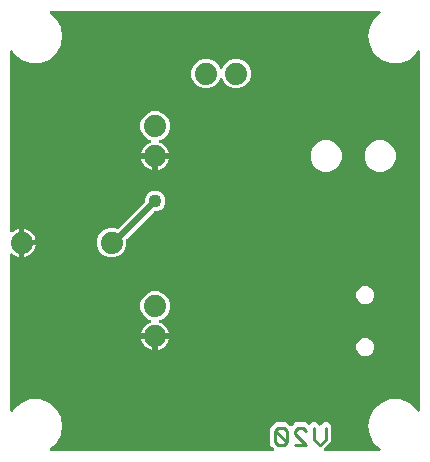
<source format=gbr>
G04 EAGLE Gerber RS-274X export*
G75*
%MOMM*%
%FSLAX34Y34*%
%LPD*%
%INBottom Copper*%
%IPPOS*%
%AMOC8*
5,1,8,0,0,1.08239X$1,22.5*%
G01*
%ADD10C,0.279400*%
%ADD11C,1.879600*%
%ADD12C,1.016000*%
%ADD13C,0.508000*%
%ADD14C,1.108000*%

G36*
X213941Y4336D02*
X213941Y4336D01*
X214080Y4349D01*
X214099Y4356D01*
X214119Y4359D01*
X214248Y4410D01*
X214379Y4457D01*
X214396Y4468D01*
X214415Y4476D01*
X214527Y4557D01*
X214642Y4635D01*
X214655Y4651D01*
X214672Y4662D01*
X214761Y4770D01*
X214853Y4874D01*
X214862Y4892D01*
X214875Y4907D01*
X214934Y5033D01*
X214997Y5157D01*
X215002Y5177D01*
X215010Y5195D01*
X215036Y5332D01*
X215067Y5467D01*
X215066Y5488D01*
X215070Y5507D01*
X215061Y5646D01*
X215057Y5785D01*
X215051Y5805D01*
X215050Y5825D01*
X215008Y5957D01*
X214969Y6091D01*
X214958Y6108D01*
X214952Y6127D01*
X214878Y6245D01*
X214807Y6365D01*
X214789Y6386D01*
X214782Y6396D01*
X214767Y6410D01*
X214701Y6485D01*
X213639Y7547D01*
X211511Y9675D01*
X211511Y23357D01*
X213230Y25076D01*
X213639Y25486D01*
X215009Y26856D01*
X216615Y28462D01*
X225298Y28462D01*
X226847Y26912D01*
X228245Y25515D01*
X228339Y25441D01*
X228428Y25363D01*
X228464Y25344D01*
X228496Y25320D01*
X228605Y25272D01*
X228711Y25218D01*
X228751Y25209D01*
X228788Y25193D01*
X228906Y25175D01*
X229021Y25149D01*
X229062Y25150D01*
X229102Y25143D01*
X229220Y25155D01*
X229339Y25158D01*
X229378Y25169D01*
X229418Y25173D01*
X229530Y25214D01*
X229645Y25247D01*
X229680Y25267D01*
X229718Y25281D01*
X229816Y25348D01*
X229919Y25408D01*
X229964Y25448D01*
X229981Y25459D01*
X229994Y25475D01*
X230040Y25515D01*
X231437Y26912D01*
X232987Y28462D01*
X241669Y28462D01*
X243275Y26856D01*
X243366Y26764D01*
X243460Y26691D01*
X243550Y26613D01*
X243586Y26594D01*
X243618Y26569D01*
X243727Y26522D01*
X243833Y26468D01*
X243872Y26459D01*
X243909Y26443D01*
X244027Y26424D01*
X244143Y26398D01*
X244183Y26400D01*
X244223Y26393D01*
X244342Y26404D01*
X244461Y26408D01*
X244500Y26419D01*
X244540Y26423D01*
X244652Y26463D01*
X244766Y26496D01*
X244801Y26517D01*
X244839Y26531D01*
X244938Y26598D01*
X245040Y26658D01*
X245086Y26698D01*
X245102Y26709D01*
X245116Y26725D01*
X245161Y26764D01*
X246858Y28462D01*
X250541Y28462D01*
X252802Y26201D01*
X252896Y26128D01*
X252985Y26049D01*
X253021Y26031D01*
X253053Y26006D01*
X253163Y25959D01*
X253268Y25905D01*
X253308Y25896D01*
X253345Y25880D01*
X253463Y25861D01*
X253579Y25835D01*
X253619Y25836D01*
X253659Y25830D01*
X253778Y25841D01*
X253897Y25845D01*
X253936Y25856D01*
X253976Y25860D01*
X254088Y25900D01*
X254202Y25933D01*
X254237Y25953D01*
X254275Y25967D01*
X254374Y26034D01*
X254476Y26095D01*
X254521Y26134D01*
X254538Y26146D01*
X254552Y26161D01*
X254597Y26201D01*
X256858Y28462D01*
X260540Y28462D01*
X263145Y25857D01*
X263145Y12175D01*
X258517Y7547D01*
X257455Y6485D01*
X257370Y6376D01*
X257281Y6269D01*
X257273Y6250D01*
X257260Y6234D01*
X257205Y6107D01*
X257146Y5981D01*
X257142Y5961D01*
X257134Y5942D01*
X257112Y5804D01*
X257086Y5668D01*
X257087Y5648D01*
X257084Y5628D01*
X257097Y5489D01*
X257106Y5351D01*
X257112Y5332D01*
X257114Y5312D01*
X257161Y5180D01*
X257204Y5049D01*
X257214Y5031D01*
X257221Y5012D01*
X257299Y4897D01*
X257374Y4780D01*
X257389Y4766D01*
X257400Y4749D01*
X257504Y4657D01*
X257605Y4562D01*
X257623Y4552D01*
X257638Y4539D01*
X257762Y4476D01*
X257884Y4408D01*
X257904Y4403D01*
X257922Y4394D01*
X258057Y4364D01*
X258192Y4329D01*
X258220Y4327D01*
X258232Y4324D01*
X258252Y4325D01*
X258353Y4319D01*
X303967Y4319D01*
X304002Y4323D01*
X304037Y4321D01*
X304159Y4343D01*
X304282Y4359D01*
X304315Y4372D01*
X304350Y4378D01*
X304463Y4430D01*
X304578Y4476D01*
X304606Y4496D01*
X304639Y4511D01*
X304735Y4590D01*
X304835Y4662D01*
X304858Y4690D01*
X304885Y4712D01*
X304959Y4812D01*
X305038Y4907D01*
X305053Y4939D01*
X305074Y4968D01*
X305121Y5083D01*
X305174Y5195D01*
X305180Y5230D01*
X305193Y5263D01*
X305210Y5386D01*
X305233Y5507D01*
X305231Y5543D01*
X305236Y5578D01*
X305221Y5701D01*
X305214Y5825D01*
X305203Y5859D01*
X305198Y5894D01*
X305154Y6009D01*
X305116Y6127D01*
X305097Y6157D01*
X305084Y6190D01*
X305012Y6291D01*
X304945Y6396D01*
X304920Y6420D01*
X304899Y6449D01*
X304782Y6560D01*
X299915Y10644D01*
X295929Y17549D01*
X294545Y25400D01*
X295929Y33251D01*
X299915Y40155D01*
X306022Y45280D01*
X313514Y48007D01*
X321486Y48007D01*
X328978Y45280D01*
X335085Y40156D01*
X336213Y38202D01*
X336301Y38086D01*
X336386Y37968D01*
X336397Y37959D01*
X336405Y37949D01*
X336519Y37858D01*
X336631Y37765D01*
X336644Y37759D01*
X336654Y37751D01*
X336788Y37691D01*
X336919Y37630D01*
X336932Y37627D01*
X336945Y37622D01*
X337089Y37597D01*
X337232Y37570D01*
X337245Y37571D01*
X337258Y37568D01*
X337404Y37581D01*
X337549Y37590D01*
X337562Y37594D01*
X337575Y37595D01*
X337713Y37643D01*
X337851Y37688D01*
X337863Y37695D01*
X337876Y37699D01*
X337997Y37780D01*
X338120Y37858D01*
X338129Y37868D01*
X338141Y37875D01*
X338238Y37983D01*
X338338Y38089D01*
X338345Y38101D01*
X338354Y38111D01*
X338421Y38240D01*
X338492Y38368D01*
X338495Y38381D01*
X338501Y38393D01*
X338535Y38535D01*
X338571Y38676D01*
X338572Y38694D01*
X338574Y38702D01*
X338574Y38720D01*
X338581Y38837D01*
X338581Y342163D01*
X338563Y342308D01*
X338548Y342453D01*
X338543Y342466D01*
X338541Y342479D01*
X338488Y342614D01*
X338437Y342751D01*
X338429Y342762D01*
X338424Y342775D01*
X338339Y342892D01*
X338256Y343012D01*
X338245Y343021D01*
X338238Y343032D01*
X338126Y343125D01*
X338015Y343220D01*
X338003Y343226D01*
X337993Y343235D01*
X337861Y343297D01*
X337730Y343362D01*
X337717Y343365D01*
X337705Y343370D01*
X337563Y343398D01*
X337419Y343428D01*
X337406Y343428D01*
X337393Y343430D01*
X337248Y343421D01*
X337102Y343415D01*
X337088Y343411D01*
X337075Y343410D01*
X336937Y343366D01*
X336797Y343324D01*
X336785Y343317D01*
X336773Y343312D01*
X336650Y343235D01*
X336525Y343159D01*
X336515Y343149D01*
X336504Y343142D01*
X336404Y343036D01*
X336302Y342932D01*
X336292Y342917D01*
X336286Y342911D01*
X336278Y342896D01*
X336213Y342798D01*
X335085Y340845D01*
X328978Y335720D01*
X321486Y332993D01*
X313514Y332993D01*
X306022Y335720D01*
X299915Y340844D01*
X295929Y347749D01*
X294545Y355600D01*
X295929Y363451D01*
X299915Y370355D01*
X304782Y374440D01*
X304806Y374466D01*
X304835Y374486D01*
X304914Y374582D01*
X304999Y374673D01*
X305015Y374704D01*
X305038Y374731D01*
X305091Y374844D01*
X305150Y374953D01*
X305158Y374987D01*
X305174Y375019D01*
X305197Y375141D01*
X305227Y375261D01*
X305227Y375297D01*
X305233Y375332D01*
X305226Y375455D01*
X305225Y375579D01*
X305216Y375614D01*
X305214Y375649D01*
X305175Y375767D01*
X305144Y375887D01*
X305126Y375918D01*
X305116Y375951D01*
X305049Y376056D01*
X304989Y376165D01*
X304964Y376190D01*
X304945Y376220D01*
X304855Y376305D01*
X304770Y376395D01*
X304740Y376414D01*
X304714Y376438D01*
X304605Y376498D01*
X304500Y376564D01*
X304466Y376575D01*
X304435Y376592D01*
X304315Y376623D01*
X304197Y376660D01*
X304162Y376662D01*
X304127Y376671D01*
X303967Y376681D01*
X26233Y376681D01*
X26198Y376677D01*
X26163Y376679D01*
X26041Y376657D01*
X25918Y376641D01*
X25885Y376628D01*
X25850Y376622D01*
X25737Y376570D01*
X25622Y376524D01*
X25594Y376504D01*
X25561Y376489D01*
X25465Y376410D01*
X25365Y376338D01*
X25342Y376310D01*
X25315Y376288D01*
X25241Y376188D01*
X25162Y376093D01*
X25147Y376061D01*
X25126Y376032D01*
X25079Y375917D01*
X25026Y375805D01*
X25020Y375770D01*
X25007Y375737D01*
X24990Y375614D01*
X24967Y375493D01*
X24969Y375457D01*
X24964Y375422D01*
X24979Y375299D01*
X24986Y375175D01*
X24997Y375141D01*
X25002Y375106D01*
X25046Y374991D01*
X25084Y374873D01*
X25103Y374843D01*
X25116Y374810D01*
X25188Y374709D01*
X25255Y374604D01*
X25280Y374580D01*
X25301Y374551D01*
X25418Y374440D01*
X30285Y370356D01*
X34271Y363451D01*
X35655Y355600D01*
X34271Y347749D01*
X30285Y340845D01*
X24178Y335720D01*
X16686Y332993D01*
X8714Y332993D01*
X1222Y335720D01*
X-4885Y340844D01*
X-6013Y342798D01*
X-6101Y342914D01*
X-6186Y343032D01*
X-6197Y343041D01*
X-6205Y343051D01*
X-6319Y343142D01*
X-6431Y343235D01*
X-6444Y343241D01*
X-6454Y343249D01*
X-6588Y343309D01*
X-6719Y343370D01*
X-6732Y343373D01*
X-6745Y343378D01*
X-6889Y343403D01*
X-7032Y343430D01*
X-7045Y343429D01*
X-7058Y343432D01*
X-7204Y343419D01*
X-7349Y343410D01*
X-7362Y343406D01*
X-7375Y343405D01*
X-7513Y343357D01*
X-7651Y343312D01*
X-7663Y343305D01*
X-7676Y343301D01*
X-7797Y343220D01*
X-7920Y343142D01*
X-7929Y343132D01*
X-7941Y343125D01*
X-8038Y343017D01*
X-8138Y342911D01*
X-8145Y342899D01*
X-8154Y342889D01*
X-8221Y342760D01*
X-8292Y342632D01*
X-8295Y342619D01*
X-8301Y342607D01*
X-8335Y342465D01*
X-8371Y342324D01*
X-8372Y342306D01*
X-8374Y342298D01*
X-8374Y342280D01*
X-8381Y342163D01*
X-8381Y190830D01*
X-8376Y190791D01*
X-8379Y190751D01*
X-8356Y190633D01*
X-8341Y190515D01*
X-8327Y190477D01*
X-8319Y190438D01*
X-8268Y190330D01*
X-8224Y190219D01*
X-8201Y190187D01*
X-8184Y190151D01*
X-8108Y190058D01*
X-8038Y189961D01*
X-8007Y189936D01*
X-7982Y189905D01*
X-7885Y189835D01*
X-7793Y189759D01*
X-7757Y189742D01*
X-7724Y189718D01*
X-7613Y189674D01*
X-7505Y189623D01*
X-7466Y189616D01*
X-7429Y189601D01*
X-7310Y189586D01*
X-7193Y189563D01*
X-7153Y189566D01*
X-7113Y189561D01*
X-6995Y189576D01*
X-6875Y189583D01*
X-6837Y189595D01*
X-6798Y189600D01*
X-6687Y189644D01*
X-6573Y189681D01*
X-6539Y189702D01*
X-6502Y189717D01*
X-6366Y189803D01*
X-4987Y190805D01*
X-3313Y191658D01*
X-1526Y192239D01*
X-979Y192325D01*
X-979Y181574D01*
X-964Y181456D01*
X-957Y181337D01*
X-945Y181299D01*
X-939Y181259D01*
X-896Y181148D01*
X-859Y181035D01*
X-837Y181001D01*
X-822Y180963D01*
X-753Y180867D01*
X-689Y180766D01*
X-659Y180738D01*
X-636Y180706D01*
X-544Y180630D01*
X-510Y180598D01*
X-518Y180593D01*
X-546Y180563D01*
X-579Y180539D01*
X-655Y180448D01*
X-736Y180361D01*
X-756Y180326D01*
X-781Y180294D01*
X-832Y180187D01*
X-890Y180082D01*
X-900Y180043D01*
X-917Y180007D01*
X-939Y179890D01*
X-969Y179774D01*
X-973Y179714D01*
X-977Y179694D01*
X-976Y179674D01*
X-979Y179614D01*
X-979Y168863D01*
X-1526Y168949D01*
X-3313Y169530D01*
X-4987Y170383D01*
X-6366Y171385D01*
X-6401Y171404D01*
X-6431Y171429D01*
X-6540Y171480D01*
X-6645Y171538D01*
X-6683Y171548D01*
X-6719Y171565D01*
X-6836Y171587D01*
X-6953Y171617D01*
X-6993Y171617D01*
X-7032Y171625D01*
X-7151Y171617D01*
X-7271Y171617D01*
X-7309Y171607D01*
X-7349Y171605D01*
X-7463Y171568D01*
X-7579Y171538D01*
X-7614Y171519D01*
X-7651Y171507D01*
X-7753Y171443D01*
X-7857Y171385D01*
X-7886Y171358D01*
X-7920Y171337D01*
X-8002Y171249D01*
X-8089Y171168D01*
X-8111Y171134D01*
X-8138Y171105D01*
X-8196Y171000D01*
X-8260Y170899D01*
X-8272Y170861D01*
X-8292Y170827D01*
X-8321Y170711D01*
X-8359Y170597D01*
X-8361Y170557D01*
X-8371Y170519D01*
X-8381Y170358D01*
X-8381Y38837D01*
X-8363Y38692D01*
X-8348Y38547D01*
X-8343Y38534D01*
X-8341Y38521D01*
X-8288Y38386D01*
X-8237Y38249D01*
X-8229Y38238D01*
X-8224Y38225D01*
X-8139Y38108D01*
X-8056Y37988D01*
X-8045Y37979D01*
X-8038Y37968D01*
X-7925Y37875D01*
X-7815Y37780D01*
X-7803Y37774D01*
X-7793Y37765D01*
X-7661Y37703D01*
X-7530Y37638D01*
X-7517Y37635D01*
X-7505Y37630D01*
X-7363Y37602D01*
X-7219Y37572D01*
X-7206Y37572D01*
X-7193Y37570D01*
X-7048Y37579D01*
X-6902Y37585D01*
X-6888Y37589D01*
X-6875Y37590D01*
X-6737Y37634D01*
X-6597Y37676D01*
X-6585Y37683D01*
X-6573Y37688D01*
X-6450Y37765D01*
X-6325Y37841D01*
X-6315Y37851D01*
X-6304Y37858D01*
X-6204Y37964D01*
X-6102Y38068D01*
X-6092Y38083D01*
X-6086Y38089D01*
X-6078Y38104D01*
X-6013Y38202D01*
X-4885Y40155D01*
X1222Y45280D01*
X8714Y48007D01*
X16686Y48007D01*
X24178Y45280D01*
X30285Y40156D01*
X34271Y33251D01*
X35655Y25400D01*
X34271Y17549D01*
X30285Y10645D01*
X25418Y6560D01*
X25394Y6534D01*
X25365Y6514D01*
X25286Y6418D01*
X25201Y6327D01*
X25185Y6296D01*
X25162Y6269D01*
X25109Y6156D01*
X25050Y6047D01*
X25042Y6013D01*
X25026Y5981D01*
X25003Y5859D01*
X24973Y5739D01*
X24973Y5703D01*
X24967Y5668D01*
X24974Y5545D01*
X24975Y5421D01*
X24984Y5386D01*
X24986Y5351D01*
X25025Y5233D01*
X25056Y5113D01*
X25074Y5082D01*
X25084Y5049D01*
X25151Y4944D01*
X25211Y4835D01*
X25236Y4810D01*
X25255Y4780D01*
X25345Y4695D01*
X25430Y4605D01*
X25460Y4586D01*
X25486Y4562D01*
X25595Y4502D01*
X25700Y4436D01*
X25734Y4425D01*
X25765Y4408D01*
X25885Y4377D01*
X26003Y4340D01*
X26038Y4338D01*
X26073Y4329D01*
X26233Y4319D01*
X213803Y4319D01*
X213941Y4336D01*
G37*
%LPC*%
G36*
X74994Y168147D02*
X74994Y168147D01*
X70420Y170042D01*
X66918Y173544D01*
X65023Y178118D01*
X65023Y183070D01*
X66918Y187644D01*
X70420Y191146D01*
X74994Y193041D01*
X79946Y193041D01*
X81702Y192313D01*
X81730Y192306D01*
X81756Y192292D01*
X81883Y192264D01*
X82008Y192229D01*
X82038Y192229D01*
X82067Y192223D01*
X82197Y192226D01*
X82326Y192224D01*
X82355Y192231D01*
X82385Y192232D01*
X82509Y192268D01*
X82636Y192299D01*
X82662Y192312D01*
X82690Y192321D01*
X82802Y192387D01*
X82917Y192447D01*
X82939Y192467D01*
X82964Y192482D01*
X83085Y192589D01*
X105340Y214843D01*
X105400Y214921D01*
X105468Y214994D01*
X105497Y215047D01*
X105534Y215094D01*
X105574Y215185D01*
X105622Y215272D01*
X105637Y215331D01*
X105661Y215386D01*
X105676Y215484D01*
X105701Y215580D01*
X105707Y215680D01*
X105711Y215700D01*
X105709Y215713D01*
X105711Y215741D01*
X105711Y217608D01*
X107019Y220765D01*
X109435Y223181D01*
X112592Y224489D01*
X116008Y224489D01*
X119165Y223181D01*
X121581Y220765D01*
X122889Y217608D01*
X122889Y214192D01*
X121581Y211035D01*
X119165Y208619D01*
X116008Y207311D01*
X114141Y207311D01*
X114042Y207299D01*
X113943Y207296D01*
X113885Y207279D01*
X113825Y207271D01*
X113733Y207235D01*
X113638Y207207D01*
X113586Y207177D01*
X113529Y207154D01*
X113449Y207096D01*
X113364Y207046D01*
X113289Y206980D01*
X113272Y206968D01*
X113264Y206958D01*
X113243Y206940D01*
X90288Y183985D01*
X90228Y183907D01*
X90160Y183834D01*
X90131Y183781D01*
X90094Y183734D01*
X90054Y183643D01*
X90006Y183556D01*
X89991Y183497D01*
X89967Y183442D01*
X89952Y183344D01*
X89927Y183248D01*
X89921Y183148D01*
X89917Y183128D01*
X89919Y183115D01*
X89917Y183087D01*
X89917Y178118D01*
X88022Y173544D01*
X84520Y170042D01*
X79946Y168147D01*
X74994Y168147D01*
G37*
%LPD*%
%LPC*%
G36*
X155004Y311403D02*
X155004Y311403D01*
X150430Y313298D01*
X146928Y316800D01*
X145033Y321374D01*
X145033Y326326D01*
X146928Y330900D01*
X150430Y334402D01*
X155004Y336297D01*
X159956Y336297D01*
X164530Y334402D01*
X168032Y330900D01*
X169007Y328545D01*
X169076Y328425D01*
X169141Y328302D01*
X169155Y328287D01*
X169165Y328269D01*
X169262Y328169D01*
X169355Y328066D01*
X169372Y328055D01*
X169386Y328041D01*
X169505Y327968D01*
X169621Y327892D01*
X169640Y327885D01*
X169657Y327874D01*
X169790Y327834D01*
X169922Y327788D01*
X169942Y327787D01*
X169961Y327781D01*
X170100Y327774D01*
X170239Y327763D01*
X170259Y327767D01*
X170279Y327766D01*
X170415Y327794D01*
X170552Y327818D01*
X170571Y327826D01*
X170590Y327830D01*
X170716Y327891D01*
X170842Y327948D01*
X170858Y327961D01*
X170876Y327970D01*
X170982Y328060D01*
X171090Y328147D01*
X171103Y328163D01*
X171118Y328176D01*
X171198Y328290D01*
X171282Y328401D01*
X171294Y328426D01*
X171301Y328436D01*
X171308Y328455D01*
X171353Y328545D01*
X172328Y330900D01*
X175830Y334402D01*
X180404Y336297D01*
X185356Y336297D01*
X189930Y334402D01*
X193432Y330900D01*
X195327Y326326D01*
X195327Y321374D01*
X193432Y316800D01*
X189930Y313298D01*
X185356Y311403D01*
X180404Y311403D01*
X175830Y313298D01*
X172328Y316800D01*
X171353Y319155D01*
X171284Y319275D01*
X171219Y319398D01*
X171205Y319413D01*
X171195Y319431D01*
X171098Y319531D01*
X171005Y319634D01*
X170988Y319645D01*
X170974Y319659D01*
X170856Y319732D01*
X170739Y319808D01*
X170720Y319815D01*
X170703Y319826D01*
X170570Y319866D01*
X170438Y319912D01*
X170418Y319913D01*
X170399Y319919D01*
X170260Y319926D01*
X170121Y319937D01*
X170101Y319933D01*
X170081Y319934D01*
X169945Y319906D01*
X169808Y319882D01*
X169789Y319874D01*
X169770Y319870D01*
X169645Y319809D01*
X169518Y319752D01*
X169502Y319739D01*
X169484Y319730D01*
X169378Y319640D01*
X169270Y319553D01*
X169257Y319537D01*
X169242Y319524D01*
X169162Y319410D01*
X169078Y319299D01*
X169066Y319274D01*
X169059Y319264D01*
X169052Y319245D01*
X169007Y319155D01*
X168032Y316800D01*
X164530Y313298D01*
X159956Y311403D01*
X155004Y311403D01*
G37*
%LPD*%
%LPC*%
G36*
X114299Y101599D02*
X114299Y101599D01*
X114299Y102870D01*
X114284Y102988D01*
X114277Y103107D01*
X114264Y103145D01*
X114259Y103185D01*
X114215Y103296D01*
X114179Y103409D01*
X114157Y103444D01*
X114142Y103481D01*
X114072Y103577D01*
X114009Y103678D01*
X113979Y103706D01*
X113955Y103739D01*
X113864Y103814D01*
X113777Y103896D01*
X113742Y103916D01*
X113710Y103941D01*
X113603Y103992D01*
X113498Y104050D01*
X113459Y104060D01*
X113423Y104077D01*
X113306Y104099D01*
X113191Y104129D01*
X113130Y104133D01*
X113110Y104137D01*
X113090Y104135D01*
X113030Y104139D01*
X102615Y104139D01*
X102655Y104396D01*
X103236Y106183D01*
X104089Y107857D01*
X105194Y109378D01*
X106522Y110706D01*
X108043Y111811D01*
X109717Y112664D01*
X110182Y112815D01*
X110209Y112828D01*
X110238Y112835D01*
X110353Y112895D01*
X110470Y112950D01*
X110493Y112969D01*
X110519Y112983D01*
X110615Y113071D01*
X110715Y113153D01*
X110732Y113177D01*
X110754Y113197D01*
X110826Y113306D01*
X110902Y113410D01*
X110913Y113438D01*
X110929Y113463D01*
X110971Y113586D01*
X111019Y113706D01*
X111023Y113736D01*
X111032Y113764D01*
X111043Y113893D01*
X111059Y114021D01*
X111055Y114051D01*
X111058Y114081D01*
X111035Y114209D01*
X111019Y114337D01*
X111008Y114365D01*
X111003Y114394D01*
X110950Y114512D01*
X110902Y114633D01*
X110885Y114657D01*
X110873Y114684D01*
X110792Y114785D01*
X110716Y114890D01*
X110693Y114909D01*
X110674Y114933D01*
X110571Y115010D01*
X110471Y115093D01*
X110444Y115106D01*
X110420Y115124D01*
X110275Y115195D01*
X107250Y116448D01*
X103748Y119950D01*
X101853Y124524D01*
X101853Y129476D01*
X103748Y134050D01*
X107250Y137552D01*
X111824Y139447D01*
X116776Y139447D01*
X121350Y137552D01*
X124852Y134050D01*
X126747Y129476D01*
X126747Y124524D01*
X124852Y119950D01*
X121350Y116448D01*
X118325Y115195D01*
X118299Y115180D01*
X118270Y115171D01*
X118161Y115102D01*
X118048Y115037D01*
X118027Y115016D01*
X118002Y115000D01*
X117913Y114906D01*
X117820Y114816D01*
X117804Y114790D01*
X117784Y114769D01*
X117721Y114655D01*
X117654Y114545D01*
X117645Y114516D01*
X117631Y114490D01*
X117598Y114364D01*
X117560Y114241D01*
X117559Y114211D01*
X117551Y114182D01*
X117551Y114052D01*
X117545Y113923D01*
X117551Y113894D01*
X117551Y113864D01*
X117583Y113738D01*
X117609Y113612D01*
X117622Y113585D01*
X117630Y113556D01*
X117692Y113442D01*
X117749Y113326D01*
X117768Y113303D01*
X117783Y113277D01*
X117871Y113182D01*
X117955Y113084D01*
X117980Y113067D01*
X118000Y113045D01*
X118109Y112976D01*
X118215Y112901D01*
X118243Y112890D01*
X118269Y112874D01*
X118418Y112815D01*
X118883Y112664D01*
X120557Y111811D01*
X122078Y110706D01*
X123406Y109378D01*
X124511Y107857D01*
X125364Y106183D01*
X125945Y104396D01*
X125985Y104139D01*
X115570Y104139D01*
X115452Y104124D01*
X115333Y104117D01*
X115295Y104104D01*
X115255Y104099D01*
X115144Y104056D01*
X115031Y104019D01*
X114997Y103997D01*
X114959Y103982D01*
X114863Y103912D01*
X114762Y103849D01*
X114734Y103819D01*
X114702Y103795D01*
X114626Y103704D01*
X114544Y103617D01*
X114525Y103582D01*
X114499Y103551D01*
X114448Y103443D01*
X114391Y103339D01*
X114380Y103299D01*
X114363Y103263D01*
X114341Y103146D01*
X114311Y103031D01*
X114307Y102970D01*
X114303Y102950D01*
X114305Y102930D01*
X114301Y102870D01*
X114301Y101599D01*
X114299Y101599D01*
G37*
%LPD*%
%LPC*%
G36*
X114299Y253999D02*
X114299Y253999D01*
X114299Y255270D01*
X114284Y255388D01*
X114277Y255507D01*
X114264Y255545D01*
X114259Y255585D01*
X114215Y255696D01*
X114179Y255809D01*
X114157Y255844D01*
X114142Y255881D01*
X114072Y255977D01*
X114009Y256078D01*
X113979Y256106D01*
X113955Y256139D01*
X113864Y256214D01*
X113777Y256296D01*
X113742Y256316D01*
X113710Y256341D01*
X113603Y256392D01*
X113498Y256450D01*
X113459Y256460D01*
X113423Y256477D01*
X113306Y256499D01*
X113191Y256529D01*
X113130Y256533D01*
X113110Y256537D01*
X113090Y256535D01*
X113030Y256539D01*
X102615Y256539D01*
X102655Y256796D01*
X103236Y258583D01*
X104089Y260257D01*
X105194Y261778D01*
X106522Y263106D01*
X108043Y264211D01*
X109717Y265064D01*
X110182Y265215D01*
X110209Y265228D01*
X110238Y265235D01*
X110352Y265295D01*
X110470Y265350D01*
X110493Y265369D01*
X110519Y265383D01*
X110615Y265470D01*
X110715Y265553D01*
X110732Y265577D01*
X110754Y265597D01*
X110826Y265706D01*
X110902Y265810D01*
X110913Y265838D01*
X110929Y265863D01*
X110971Y265986D01*
X111019Y266106D01*
X111023Y266136D01*
X111032Y266164D01*
X111043Y266293D01*
X111059Y266421D01*
X111055Y266451D01*
X111058Y266481D01*
X111035Y266609D01*
X111019Y266737D01*
X111008Y266765D01*
X111003Y266794D01*
X110950Y266912D01*
X110902Y267033D01*
X110885Y267057D01*
X110873Y267084D01*
X110792Y267185D01*
X110716Y267290D01*
X110693Y267309D01*
X110674Y267333D01*
X110570Y267411D01*
X110471Y267493D01*
X110444Y267506D01*
X110420Y267524D01*
X110275Y267595D01*
X107250Y268848D01*
X103748Y272350D01*
X101853Y276924D01*
X101853Y281876D01*
X103748Y286450D01*
X107250Y289952D01*
X111824Y291847D01*
X116776Y291847D01*
X121350Y289952D01*
X124852Y286450D01*
X126747Y281876D01*
X126747Y276924D01*
X124852Y272350D01*
X121350Y268848D01*
X118325Y267595D01*
X118299Y267580D01*
X118270Y267571D01*
X118161Y267501D01*
X118048Y267437D01*
X118027Y267416D01*
X118002Y267400D01*
X117913Y267306D01*
X117820Y267216D01*
X117804Y267190D01*
X117784Y267169D01*
X117721Y267055D01*
X117654Y266945D01*
X117645Y266916D01*
X117631Y266890D01*
X117598Y266765D01*
X117560Y266641D01*
X117559Y266611D01*
X117551Y266582D01*
X117551Y266452D01*
X117545Y266323D01*
X117551Y266294D01*
X117551Y266264D01*
X117583Y266139D01*
X117609Y266012D01*
X117622Y265985D01*
X117630Y265956D01*
X117692Y265843D01*
X117749Y265726D01*
X117768Y265703D01*
X117783Y265677D01*
X117871Y265583D01*
X117955Y265484D01*
X117980Y265467D01*
X118000Y265445D01*
X118109Y265376D01*
X118215Y265301D01*
X118243Y265290D01*
X118269Y265274D01*
X118418Y265215D01*
X118883Y265064D01*
X120557Y264211D01*
X122078Y263106D01*
X123406Y261778D01*
X124511Y260257D01*
X125364Y258583D01*
X125945Y256796D01*
X125985Y256539D01*
X115570Y256539D01*
X115452Y256524D01*
X115333Y256517D01*
X115295Y256504D01*
X115255Y256499D01*
X115144Y256456D01*
X115031Y256419D01*
X114997Y256397D01*
X114959Y256382D01*
X114863Y256312D01*
X114762Y256249D01*
X114734Y256219D01*
X114702Y256195D01*
X114626Y256104D01*
X114544Y256017D01*
X114525Y255982D01*
X114499Y255951D01*
X114448Y255843D01*
X114391Y255739D01*
X114380Y255699D01*
X114363Y255663D01*
X114341Y255546D01*
X114311Y255431D01*
X114307Y255370D01*
X114303Y255350D01*
X114305Y255330D01*
X114301Y255270D01*
X114301Y253999D01*
X114299Y253999D01*
G37*
%LPD*%
%LPC*%
G36*
X302173Y240791D02*
X302173Y240791D01*
X297318Y242802D01*
X293602Y246518D01*
X291591Y251373D01*
X291591Y256627D01*
X293602Y261482D01*
X297318Y265198D01*
X302173Y267209D01*
X307427Y267209D01*
X312282Y265198D01*
X315998Y261482D01*
X318009Y256627D01*
X318009Y251373D01*
X315998Y246518D01*
X312282Y242802D01*
X307427Y240791D01*
X302173Y240791D01*
G37*
%LPD*%
%LPC*%
G36*
X256453Y240791D02*
X256453Y240791D01*
X251598Y242802D01*
X247882Y246518D01*
X245871Y251373D01*
X245871Y256627D01*
X247882Y261482D01*
X251598Y265198D01*
X256453Y267209D01*
X261707Y267209D01*
X266562Y265198D01*
X270278Y261482D01*
X272289Y256627D01*
X272289Y251373D01*
X270278Y246518D01*
X266562Y242802D01*
X261707Y240791D01*
X256453Y240791D01*
G37*
%LPD*%
%LPC*%
G36*
X290598Y128751D02*
X290598Y128751D01*
X287824Y129900D01*
X285700Y132024D01*
X284551Y134798D01*
X284551Y137802D01*
X285700Y140576D01*
X287824Y142700D01*
X290598Y143849D01*
X293602Y143849D01*
X296376Y142700D01*
X298500Y140576D01*
X299649Y137802D01*
X299649Y134798D01*
X298500Y132024D01*
X296376Y129900D01*
X293602Y128751D01*
X290598Y128751D01*
G37*
%LPD*%
%LPC*%
G36*
X290598Y84751D02*
X290598Y84751D01*
X287824Y85900D01*
X285700Y88024D01*
X284551Y90798D01*
X284551Y93802D01*
X285700Y96576D01*
X287824Y98700D01*
X290598Y99849D01*
X293602Y99849D01*
X296376Y98700D01*
X298500Y96576D01*
X299649Y93802D01*
X299649Y90798D01*
X298500Y88024D01*
X296376Y85900D01*
X293602Y84751D01*
X290598Y84751D01*
G37*
%LPD*%
%LPC*%
G36*
X3519Y182843D02*
X3519Y182843D01*
X3519Y192325D01*
X4066Y192239D01*
X5853Y191658D01*
X7527Y190805D01*
X9048Y189700D01*
X10376Y188372D01*
X11481Y186851D01*
X12334Y185177D01*
X12915Y183390D01*
X13001Y182843D01*
X3519Y182843D01*
G37*
%LPD*%
%LPC*%
G36*
X3519Y178345D02*
X3519Y178345D01*
X13001Y178345D01*
X12915Y177798D01*
X12334Y176011D01*
X11481Y174337D01*
X10376Y172816D01*
X9048Y171488D01*
X7527Y170383D01*
X5853Y169530D01*
X4066Y168949D01*
X3519Y168863D01*
X3519Y178345D01*
G37*
%LPD*%
%LPC*%
G36*
X116839Y251461D02*
X116839Y251461D01*
X125985Y251461D01*
X125945Y251204D01*
X125364Y249417D01*
X124511Y247743D01*
X123406Y246222D01*
X122078Y244894D01*
X120557Y243789D01*
X118883Y242936D01*
X117096Y242355D01*
X116839Y242315D01*
X116839Y251461D01*
G37*
%LPD*%
%LPC*%
G36*
X116839Y99061D02*
X116839Y99061D01*
X125985Y99061D01*
X125945Y98804D01*
X125364Y97017D01*
X124511Y95343D01*
X123406Y93822D01*
X122078Y92494D01*
X120557Y91389D01*
X118883Y90536D01*
X117096Y89955D01*
X116839Y89915D01*
X116839Y99061D01*
G37*
%LPD*%
%LPC*%
G36*
X111504Y242355D02*
X111504Y242355D01*
X109717Y242936D01*
X108043Y243789D01*
X106522Y244894D01*
X105194Y246222D01*
X104089Y247743D01*
X103236Y249417D01*
X102655Y251204D01*
X102615Y251461D01*
X111761Y251461D01*
X111761Y242315D01*
X111504Y242355D01*
G37*
%LPD*%
%LPC*%
G36*
X111504Y89955D02*
X111504Y89955D01*
X109717Y90536D01*
X108043Y91389D01*
X106522Y92494D01*
X105194Y93822D01*
X104089Y95343D01*
X103236Y97017D01*
X102655Y98804D01*
X102615Y99061D01*
X111761Y99061D01*
X111761Y89915D01*
X111504Y89955D01*
G37*
%LPD*%
D10*
X258699Y24016D02*
X258699Y14017D01*
X253699Y9017D01*
X248700Y14017D01*
X248700Y24016D01*
X242327Y9017D02*
X232328Y9017D01*
X242327Y9017D02*
X232328Y19016D01*
X232328Y21516D01*
X234828Y24016D01*
X239828Y24016D01*
X242327Y21516D01*
X225956Y21516D02*
X225956Y11517D01*
X225956Y21516D02*
X223456Y24016D01*
X218456Y24016D01*
X215957Y21516D01*
X215957Y11517D01*
X218456Y9017D01*
X223456Y9017D01*
X225956Y11517D01*
X215957Y21516D01*
D11*
X182880Y323850D03*
X157480Y323850D03*
X114300Y254000D03*
X114300Y279400D03*
X114300Y101600D03*
X114300Y127000D03*
X1270Y180594D03*
X77470Y180594D03*
D12*
X169164Y289560D03*
X36830Y326390D03*
X115570Y163830D03*
D13*
X78994Y180594D02*
X77470Y180594D01*
X78994Y180594D02*
X114300Y215900D01*
D14*
X114300Y215900D03*
M02*

</source>
